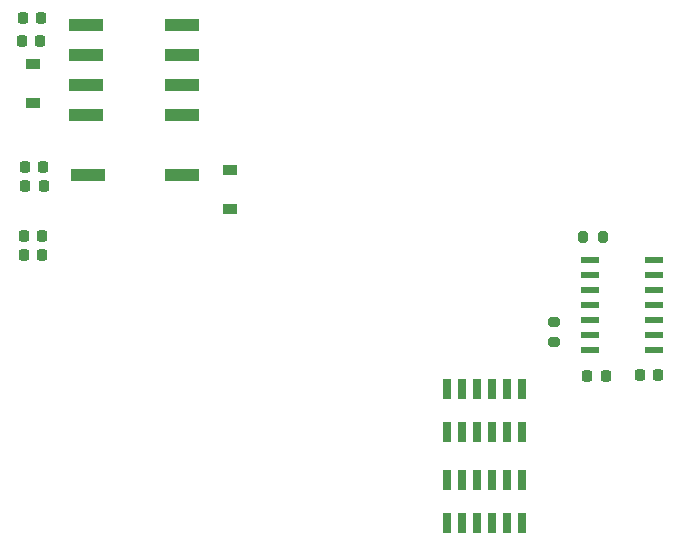
<source format=gbr>
G04 #@! TF.GenerationSoftware,KiCad,Pcbnew,6.0.0+dfsg1-2*
G04 #@! TF.CreationDate,2022-02-08T13:12:28-05:00*
G04 #@! TF.ProjectId,RUSP_Daughterboard,52555350-5f44-4617-9567-68746572626f,rev?*
G04 #@! TF.SameCoordinates,Original*
G04 #@! TF.FileFunction,Paste,Bot*
G04 #@! TF.FilePolarity,Positive*
%FSLAX46Y46*%
G04 Gerber Fmt 4.6, Leading zero omitted, Abs format (unit mm)*
G04 Created by KiCad (PCBNEW 6.0.0+dfsg1-2) date 2022-02-08 13:12:28*
%MOMM*%
%LPD*%
G01*
G04 APERTURE LIST*
G04 Aperture macros list*
%AMRoundRect*
0 Rectangle with rounded corners*
0 $1 Rounding radius*
0 $2 $3 $4 $5 $6 $7 $8 $9 X,Y pos of 4 corners*
0 Add a 4 corners polygon primitive as box body*
4,1,4,$2,$3,$4,$5,$6,$7,$8,$9,$2,$3,0*
0 Add four circle primitives for the rounded corners*
1,1,$1+$1,$2,$3*
1,1,$1+$1,$4,$5*
1,1,$1+$1,$6,$7*
1,1,$1+$1,$8,$9*
0 Add four rect primitives between the rounded corners*
20,1,$1+$1,$2,$3,$4,$5,0*
20,1,$1+$1,$4,$5,$6,$7,0*
20,1,$1+$1,$6,$7,$8,$9,0*
20,1,$1+$1,$8,$9,$2,$3,0*%
G04 Aperture macros list end*
%ADD10RoundRect,0.200000X0.200000X0.275000X-0.200000X0.275000X-0.200000X-0.275000X0.200000X-0.275000X0*%
%ADD11RoundRect,0.200000X0.275000X-0.200000X0.275000X0.200000X-0.275000X0.200000X-0.275000X-0.200000X0*%
%ADD12RoundRect,0.218750X0.218750X0.256250X-0.218750X0.256250X-0.218750X-0.256250X0.218750X-0.256250X0*%
%ADD13RoundRect,0.225000X-0.225000X-0.250000X0.225000X-0.250000X0.225000X0.250000X-0.225000X0.250000X0*%
%ADD14RoundRect,0.225000X0.225000X0.250000X-0.225000X0.250000X-0.225000X-0.250000X0.225000X-0.250000X0*%
%ADD15R,0.740000X1.675000*%
%ADD16R,3.000000X1.110000*%
%ADD17R,1.200000X0.900000*%
%ADD18R,1.500000X0.600000*%
G04 APERTURE END LIST*
D10*
X173225000Y-112850000D03*
X171575000Y-112850000D03*
D11*
X169150000Y-121675000D03*
X169150000Y-120025000D03*
D12*
X125887500Y-108475000D03*
X124312500Y-108475000D03*
X125802500Y-112725000D03*
X124227500Y-112725000D03*
X125687500Y-94300000D03*
X124112500Y-94300000D03*
D13*
X171925000Y-124550000D03*
X173475000Y-124550000D03*
D14*
X177925000Y-124500000D03*
X176375000Y-124500000D03*
X125865000Y-106850000D03*
X124315000Y-106850000D03*
X125800000Y-114350000D03*
X124250000Y-114350000D03*
X125575000Y-96200000D03*
X124025000Y-96200000D03*
D15*
X160025000Y-137040000D03*
X160025000Y-133360000D03*
X161295000Y-137040000D03*
X161295000Y-133360000D03*
X162565000Y-137040000D03*
X162565000Y-133360000D03*
X163835000Y-137040000D03*
X163835000Y-133360000D03*
X165105000Y-137040000D03*
X165105000Y-133360000D03*
X166375000Y-137040000D03*
X166375000Y-133360000D03*
X160025000Y-129340000D03*
X160025000Y-125660000D03*
X161295000Y-129340000D03*
X161295000Y-125660000D03*
X162565000Y-129340000D03*
X162565000Y-125660000D03*
X163835000Y-129340000D03*
X163835000Y-125660000D03*
X165105000Y-129340000D03*
X165105000Y-125660000D03*
X166375000Y-129340000D03*
X166375000Y-125660000D03*
D16*
X129630000Y-107530000D03*
X129502000Y-102450000D03*
X129502000Y-99910000D03*
X129502000Y-97370000D03*
X129502000Y-94830000D03*
X137630000Y-94830000D03*
X137630000Y-97370000D03*
X137630000Y-99910000D03*
X137630000Y-102450000D03*
X137630000Y-107530000D03*
D17*
X125000000Y-101450000D03*
X125000000Y-98150000D03*
X141700000Y-110450000D03*
X141700000Y-107150000D03*
D18*
X172150000Y-122410000D03*
X172150000Y-121140000D03*
X172150000Y-119870000D03*
X172150000Y-118600000D03*
X172150000Y-117330000D03*
X172150000Y-116060000D03*
X172150000Y-114790000D03*
X177550000Y-114790000D03*
X177550000Y-116060000D03*
X177550000Y-117330000D03*
X177550000Y-118600000D03*
X177550000Y-119870000D03*
X177550000Y-121140000D03*
X177550000Y-122410000D03*
M02*

</source>
